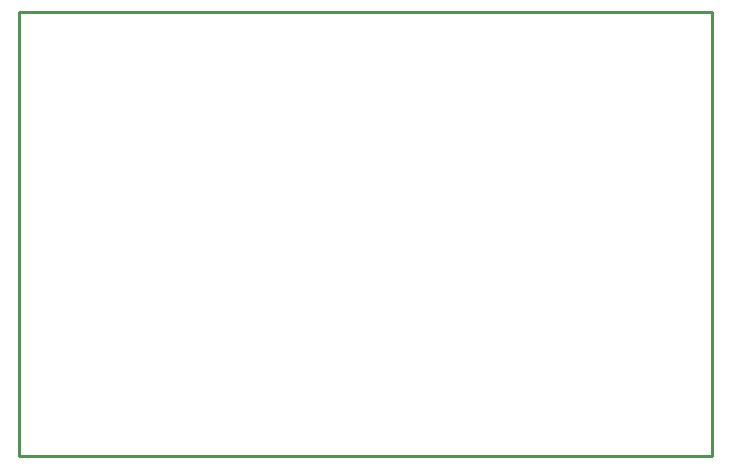
<source format=gbp>
G04*
G04 #@! TF.GenerationSoftware,Altium Limited,Altium Designer,20.1.14 (287)*
G04*
G04 Layer_Color=128*
%FSLAX25Y25*%
%MOIN*%
G70*
G04*
G04 #@! TF.SameCoordinates,32D4A6E9-0C54-4149-BE24-DE0316A2B815*
G04*
G04*
G04 #@! TF.FilePolarity,Positive*
G04*
G01*
G75*
%ADD14C,0.01000*%
D14*
X231000D01*
X231000Y148000D02*
X231000Y0D01*
X0Y148000D02*
X231000D01*
X0Y0D02*
Y148000D01*
M02*

</source>
